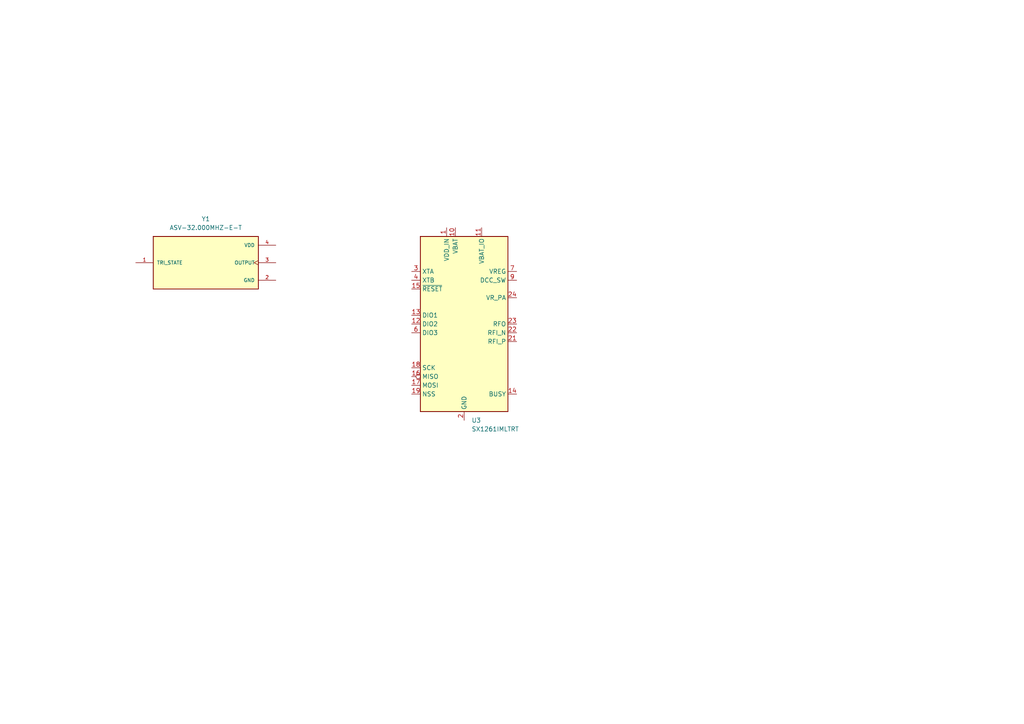
<source format=kicad_sch>
(kicad_sch
	(version 20250114)
	(generator "eeschema")
	(generator_version "9.0")
	(uuid "708ad689-783e-4628-baa8-7c2d6ef62799")
	(paper "A4")
	(lib_symbols
		(symbol "ASV-32.000MHZ-E-T:ASV-32.000MHZ-E-T"
			(pin_names
				(offset 1.016)
			)
			(exclude_from_sim no)
			(in_bom yes)
			(on_board yes)
			(property "Reference" "Y"
				(at -15.24 10.16 0)
				(effects
					(font
						(size 1.27 1.27)
					)
					(justify left bottom)
				)
			)
			(property "Value" "ASV-32.000MHZ-E-T"
				(at -15.24 -10.16 0)
				(effects
					(font
						(size 1.27 1.27)
					)
					(justify left bottom)
				)
			)
			(property "Footprint" "ASV-32.000MHZ-E-T:XTAL_ASV-32.000MHZ-E-T"
				(at 0 0 0)
				(effects
					(font
						(size 1.27 1.27)
					)
					(justify bottom)
					(hide yes)
				)
			)
			(property "Datasheet" ""
				(at 0 0 0)
				(effects
					(font
						(size 1.27 1.27)
					)
					(hide yes)
				)
			)
			(property "Description" ""
				(at 0 0 0)
				(effects
					(font
						(size 1.27 1.27)
					)
					(hide yes)
				)
			)
			(property "MF" "Abracon LLC"
				(at 0 0 0)
				(effects
					(font
						(size 1.27 1.27)
					)
					(justify bottom)
					(hide yes)
				)
			)
			(property "MAXIMUM_PACKAGE_HEIGHT" "1.80mm"
				(at 0 0 0)
				(effects
					(font
						(size 1.27 1.27)
					)
					(justify bottom)
					(hide yes)
				)
			)
			(property "Package" "SMD-4 Abracon LLC"
				(at 0 0 0)
				(effects
					(font
						(size 1.27 1.27)
					)
					(justify bottom)
					(hide yes)
				)
			)
			(property "Price" "None"
				(at 0 0 0)
				(effects
					(font
						(size 1.27 1.27)
					)
					(justify bottom)
					(hide yes)
				)
			)
			(property "Check_prices" "https://www.snapeda.com/parts/ASV-32.000MHZ-E-T/Abracon/view-part/?ref=eda"
				(at 0 0 0)
				(effects
					(font
						(size 1.27 1.27)
					)
					(justify bottom)
					(hide yes)
				)
			)
			(property "STANDARD" "Manufacturer Recommendations"
				(at 0 0 0)
				(effects
					(font
						(size 1.27 1.27)
					)
					(justify bottom)
					(hide yes)
				)
			)
			(property "PARTREV" "09.02.14"
				(at 0 0 0)
				(effects
					(font
						(size 1.27 1.27)
					)
					(justify bottom)
					(hide yes)
				)
			)
			(property "SnapEDA_Link" "https://www.snapeda.com/parts/ASV-32.000MHZ-E-T/Abracon/view-part/?ref=snap"
				(at 0 0 0)
				(effects
					(font
						(size 1.27 1.27)
					)
					(justify bottom)
					(hide yes)
				)
			)
			(property "MP" "ASV-32.000MHZ-E-T"
				(at 0 0 0)
				(effects
					(font
						(size 1.27 1.27)
					)
					(justify bottom)
					(hide yes)
				)
			)
			(property "Description_1" "32 MHz XO (Standard) HCMOS Oscillator 3.3V Enable/Disable 4-SMD, No Lead"
				(at 0 0 0)
				(effects
					(font
						(size 1.27 1.27)
					)
					(justify bottom)
					(hide yes)
				)
			)
			(property "MANUFACTURER" "Abracon"
				(at 0 0 0)
				(effects
					(font
						(size 1.27 1.27)
					)
					(justify bottom)
					(hide yes)
				)
			)
			(property "Availability" "In Stock"
				(at 0 0 0)
				(effects
					(font
						(size 1.27 1.27)
					)
					(justify bottom)
					(hide yes)
				)
			)
			(property "SNAPEDA_PN" "ASV-32.000MHZ-E-T"
				(at 0 0 0)
				(effects
					(font
						(size 1.27 1.27)
					)
					(justify bottom)
					(hide yes)
				)
			)
			(symbol "ASV-32.000MHZ-E-T_0_0"
				(rectangle
					(start -15.24 -7.62)
					(end 15.24 7.62)
					(stroke
						(width 0.254)
						(type default)
					)
					(fill
						(type background)
					)
				)
				(pin input line
					(at -20.32 0 0)
					(length 5.08)
					(name "TRI_STATE"
						(effects
							(font
								(size 1.016 1.016)
							)
						)
					)
					(number "1"
						(effects
							(font
								(size 1.016 1.016)
							)
						)
					)
				)
				(pin power_in line
					(at 20.32 5.08 180)
					(length 5.08)
					(name "VDD"
						(effects
							(font
								(size 1.016 1.016)
							)
						)
					)
					(number "4"
						(effects
							(font
								(size 1.016 1.016)
							)
						)
					)
				)
				(pin output clock
					(at 20.32 0 180)
					(length 5.08)
					(name "OUTPUT"
						(effects
							(font
								(size 1.016 1.016)
							)
						)
					)
					(number "3"
						(effects
							(font
								(size 1.016 1.016)
							)
						)
					)
				)
				(pin power_in line
					(at 20.32 -5.08 180)
					(length 5.08)
					(name "GND"
						(effects
							(font
								(size 1.016 1.016)
							)
						)
					)
					(number "2"
						(effects
							(font
								(size 1.016 1.016)
							)
						)
					)
				)
			)
			(embedded_fonts no)
		)
		(symbol "RF:SX1261IMLTRT"
			(exclude_from_sim no)
			(in_bom yes)
			(on_board yes)
			(property "Reference" "U"
				(at 13.97 24.13 0)
				(effects
					(font
						(size 1.27 1.27)
					)
					(justify left)
				)
			)
			(property "Value" "SX1261IMLTRT"
				(at 13.97 21.59 0)
				(effects
					(font
						(size 1.27 1.27)
					)
					(justify left)
				)
			)
			(property "Footprint" "Package_DFN_QFN:QFN-24-1EP_4x4mm_P0.5mm_EP2.6x2.6mm"
				(at 1.27 -31.75 0)
				(effects
					(font
						(size 1.27 1.27)
					)
					(hide yes)
				)
			)
			(property "Datasheet" "https://semtech.file.force.com/sfc/dist/version/download/?oid=00DE0000000JelG&ids=0682R00000IjPWSQA3&d=%2Fa%2F2R000000Un7F%2FyT.fKdAr9ZAo3cJLc4F2cBdUsMftpT2vsOICP7NmvMo"
				(at 1.27 -29.21 0)
				(effects
					(font
						(size 1.27 1.27)
					)
					(hide yes)
				)
			)
			(property "Description" "150 MHz to 960 MHz Low Power Long Range Transceiver, 14dBm output power, spreading factor from 5 to 12, LoRA, QFN-24"
				(at 0 0 0)
				(effects
					(font
						(size 1.27 1.27)
					)
					(hide yes)
				)
			)
			(property "ki_keywords" "low-power lora transceiver"
				(at 0 0 0)
				(effects
					(font
						(size 1.27 1.27)
					)
					(hide yes)
				)
			)
			(property "ki_fp_filters" "QFN*1EP*4x4mm*P0.5mm*"
				(at 0 0 0)
				(effects
					(font
						(size 1.27 1.27)
					)
					(hide yes)
				)
			)
			(symbol "SX1261IMLTRT_0_1"
				(rectangle
					(start -12.7 25.4)
					(end 12.7 -25.4)
					(stroke
						(width 0.254)
						(type default)
					)
					(fill
						(type background)
					)
				)
			)
			(symbol "SX1261IMLTRT_1_1"
				(pin bidirectional line
					(at -15.24 15.24 0)
					(length 2.54)
					(name "XTA"
						(effects
							(font
								(size 1.27 1.27)
							)
						)
					)
					(number "3"
						(effects
							(font
								(size 1.27 1.27)
							)
						)
					)
				)
				(pin bidirectional line
					(at -15.24 12.7 0)
					(length 2.54)
					(name "XTB"
						(effects
							(font
								(size 1.27 1.27)
							)
						)
					)
					(number "4"
						(effects
							(font
								(size 1.27 1.27)
							)
						)
					)
				)
				(pin input line
					(at -15.24 10.16 0)
					(length 2.54)
					(name "~{RESET}"
						(effects
							(font
								(size 1.27 1.27)
							)
						)
					)
					(number "15"
						(effects
							(font
								(size 1.27 1.27)
							)
						)
					)
				)
				(pin bidirectional line
					(at -15.24 2.54 0)
					(length 2.54)
					(name "DIO1"
						(effects
							(font
								(size 1.27 1.27)
							)
						)
					)
					(number "13"
						(effects
							(font
								(size 1.27 1.27)
							)
						)
					)
				)
				(pin bidirectional line
					(at -15.24 0 0)
					(length 2.54)
					(name "DIO2"
						(effects
							(font
								(size 1.27 1.27)
							)
						)
					)
					(number "12"
						(effects
							(font
								(size 1.27 1.27)
							)
						)
					)
				)
				(pin bidirectional line
					(at -15.24 -2.54 0)
					(length 2.54)
					(name "DIO3"
						(effects
							(font
								(size 1.27 1.27)
							)
						)
					)
					(number "6"
						(effects
							(font
								(size 1.27 1.27)
							)
						)
					)
				)
				(pin input line
					(at -15.24 -12.7 0)
					(length 2.54)
					(name "SCK"
						(effects
							(font
								(size 1.27 1.27)
							)
						)
					)
					(number "18"
						(effects
							(font
								(size 1.27 1.27)
							)
						)
					)
				)
				(pin tri_state inverted
					(at -15.24 -15.24 0)
					(length 2.54)
					(name "MISO"
						(effects
							(font
								(size 1.27 1.27)
							)
						)
					)
					(number "16"
						(effects
							(font
								(size 1.27 1.27)
							)
						)
					)
				)
				(pin input line
					(at -15.24 -17.78 0)
					(length 2.54)
					(name "MOSI"
						(effects
							(font
								(size 1.27 1.27)
							)
						)
					)
					(number "17"
						(effects
							(font
								(size 1.27 1.27)
							)
						)
					)
				)
				(pin input line
					(at -15.24 -20.32 0)
					(length 2.54)
					(name "NSS"
						(effects
							(font
								(size 1.27 1.27)
							)
						)
					)
					(number "19"
						(effects
							(font
								(size 1.27 1.27)
							)
						)
					)
				)
				(pin power_in line
					(at -5.08 27.94 270)
					(length 2.54)
					(name "VDD_IN"
						(effects
							(font
								(size 1.27 1.27)
							)
						)
					)
					(number "1"
						(effects
							(font
								(size 1.27 1.27)
							)
						)
					)
				)
				(pin power_in line
					(at -2.54 27.94 270)
					(length 2.54)
					(name "VBAT"
						(effects
							(font
								(size 1.27 1.27)
							)
						)
					)
					(number "10"
						(effects
							(font
								(size 1.27 1.27)
							)
						)
					)
				)
				(pin power_in line
					(at 0 -27.94 90)
					(length 2.54)
					(name "GND"
						(effects
							(font
								(size 1.27 1.27)
							)
						)
					)
					(number "2"
						(effects
							(font
								(size 1.27 1.27)
							)
						)
					)
				)
				(pin passive line
					(at 0 -27.94 90)
					(length 2.54)
					(hide yes)
					(name "GND"
						(effects
							(font
								(size 1.27 1.27)
							)
						)
					)
					(number "20"
						(effects
							(font
								(size 1.27 1.27)
							)
						)
					)
				)
				(pin passive line
					(at 0 -27.94 90)
					(length 2.54)
					(hide yes)
					(name "GND"
						(effects
							(font
								(size 1.27 1.27)
							)
						)
					)
					(number "25"
						(effects
							(font
								(size 1.27 1.27)
							)
						)
					)
				)
				(pin passive line
					(at 0 -27.94 90)
					(length 2.54)
					(hide yes)
					(name "GND"
						(effects
							(font
								(size 1.27 1.27)
							)
						)
					)
					(number "5"
						(effects
							(font
								(size 1.27 1.27)
							)
						)
					)
				)
				(pin passive line
					(at 0 -27.94 90)
					(length 2.54)
					(hide yes)
					(name "GND"
						(effects
							(font
								(size 1.27 1.27)
							)
						)
					)
					(number "8"
						(effects
							(font
								(size 1.27 1.27)
							)
						)
					)
				)
				(pin power_in line
					(at 5.08 27.94 270)
					(length 2.54)
					(name "VBAT_IO"
						(effects
							(font
								(size 1.27 1.27)
							)
						)
					)
					(number "11"
						(effects
							(font
								(size 1.27 1.27)
							)
						)
					)
				)
				(pin power_out line
					(at 15.24 15.24 180)
					(length 2.54)
					(name "VREG"
						(effects
							(font
								(size 1.27 1.27)
							)
						)
					)
					(number "7"
						(effects
							(font
								(size 1.27 1.27)
							)
						)
					)
				)
				(pin power_out line
					(at 15.24 12.7 180)
					(length 2.54)
					(name "DCC_SW"
						(effects
							(font
								(size 1.27 1.27)
							)
						)
					)
					(number "9"
						(effects
							(font
								(size 1.27 1.27)
							)
						)
					)
				)
				(pin power_out line
					(at 15.24 7.62 180)
					(length 2.54)
					(name "VR_PA"
						(effects
							(font
								(size 1.27 1.27)
							)
						)
					)
					(number "24"
						(effects
							(font
								(size 1.27 1.27)
							)
						)
					)
				)
				(pin output line
					(at 15.24 0 180)
					(length 2.54)
					(name "RFO"
						(effects
							(font
								(size 1.27 1.27)
							)
						)
					)
					(number "23"
						(effects
							(font
								(size 1.27 1.27)
							)
						)
					)
				)
				(pin input line
					(at 15.24 -2.54 180)
					(length 2.54)
					(name "RFI_N"
						(effects
							(font
								(size 1.27 1.27)
							)
						)
					)
					(number "22"
						(effects
							(font
								(size 1.27 1.27)
							)
						)
					)
				)
				(pin input line
					(at 15.24 -5.08 180)
					(length 2.54)
					(name "RFI_P"
						(effects
							(font
								(size 1.27 1.27)
							)
						)
					)
					(number "21"
						(effects
							(font
								(size 1.27 1.27)
							)
						)
					)
				)
				(pin output line
					(at 15.24 -20.32 180)
					(length 2.54)
					(name "BUSY"
						(effects
							(font
								(size 1.27 1.27)
							)
						)
					)
					(number "14"
						(effects
							(font
								(size 1.27 1.27)
							)
						)
					)
				)
			)
			(embedded_fonts no)
		)
	)
	(symbol
		(lib_id "RF:SX1261IMLTRT")
		(at 134.62 93.98 0)
		(unit 1)
		(exclude_from_sim no)
		(in_bom yes)
		(on_board yes)
		(dnp no)
		(fields_autoplaced yes)
		(uuid "246acfc8-823f-4320-b2eb-10772cd98349")
		(property "Reference" "U3"
			(at 136.7633 121.92 0)
			(effects
				(font
					(size 1.27 1.27)
				)
				(justify left)
			)
		)
		(property "Value" "SX1261IMLTRT"
			(at 136.7633 124.46 0)
			(effects
				(font
					(size 1.27 1.27)
				)
				(justify left)
			)
		)
		(property "Footprint" "Package_DFN_QFN:QFN-24-1EP_4x4mm_P0.5mm_EP2.6x2.6mm"
			(at 135.89 125.73 0)
			(effects
				(font
					(size 1.27 1.27)
				)
				(hide yes)
			)
		)
		(property "Datasheet" "https://semtech.file.force.com/sfc/dist/version/download/?oid=00DE0000000JelG&ids=0682R00000IjPWSQA3&d=%2Fa%2F2R000000Un7F%2FyT.fKdAr9ZAo3cJLc4F2cBdUsMftpT2vsOICP7NmvMo"
			(at 135.89 123.19 0)
			(effects
				(font
					(size 1.27 1.27)
				)
				(hide yes)
			)
		)
		(property "Description" "150 MHz to 960 MHz Low Power Long Range Transceiver, 14dBm output power, spreading factor from 5 to 12, LoRA, QFN-24"
			(at 134.62 93.98 0)
			(effects
				(font
					(size 1.27 1.27)
				)
				(hide yes)
			)
		)
		(pin "1"
			(uuid "57e730a6-d638-4170-9063-c5c6c3ae4d70")
		)
		(pin "6"
			(uuid "1696f52e-374c-4022-bfd2-2f7df8418dba")
		)
		(pin "12"
			(uuid "981e8c95-3fa9-45e8-9bc2-a2c469d97e4f")
		)
		(pin "2"
			(uuid "5de5e932-1f30-412e-9e18-4f6f62cdcd03")
		)
		(pin "15"
			(uuid "a7f0edaa-3cb8-4a73-989f-0aa0f40b200e")
		)
		(pin "17"
			(uuid "4caaf666-73f3-473d-b471-d6378156902f")
		)
		(pin "18"
			(uuid "ac7bef52-b314-4679-bd10-8818aa1497bd")
		)
		(pin "13"
			(uuid "36ad0673-ecab-4f78-aab8-1c72beb98b0a")
		)
		(pin "4"
			(uuid "5d36c645-1892-4004-b4f6-7c97c3f2d09e")
		)
		(pin "16"
			(uuid "500eb8b3-f668-40f2-aa79-b68282539403")
		)
		(pin "19"
			(uuid "627cee02-a094-41f9-9fd9-ecd400e1c361")
		)
		(pin "3"
			(uuid "e0634221-b3f9-4557-a5dc-eba67a83f553")
		)
		(pin "10"
			(uuid "e9143287-9507-4fc2-82fa-747db5e86cf9")
		)
		(pin "25"
			(uuid "8b74c024-e0c5-4cca-b3c0-a56fdf1f24ef")
		)
		(pin "11"
			(uuid "faac7a65-c0e7-4621-9680-31c088f20b60")
		)
		(pin "21"
			(uuid "fa6920ff-be7c-4607-aaf8-3dd573e30e24")
		)
		(pin "24"
			(uuid "7d2cd2d5-cb0e-46e2-bb68-79d9ab8c8248")
		)
		(pin "5"
			(uuid "c3ab4922-19f8-4806-a06e-2e3fea92f75a")
		)
		(pin "20"
			(uuid "bf5b2c7d-a9de-4356-82c2-746a2e897adc")
		)
		(pin "8"
			(uuid "2fc56f6f-85c5-45cf-beae-52ed00b1f75f")
		)
		(pin "23"
			(uuid "28bc745f-a697-4f74-8716-f3f09ca34306")
		)
		(pin "14"
			(uuid "d303f641-1689-4f0b-b18d-bee1b44d37cf")
		)
		(pin "22"
			(uuid "658ee8c1-26b3-4cd1-a95a-a2877d7a9adc")
		)
		(pin "9"
			(uuid "15180be5-7efa-433d-8ba0-efc54141ac26")
		)
		(pin "7"
			(uuid "f237f7f2-11f9-41ef-9e80-5e4475177e5a")
		)
		(instances
			(project "vitimonitor_sensor"
				(path "/8365193e-4878-4a04-b89a-a51695e2c71c/913d03ff-edce-4f8f-a4f8-10100653e2ef"
					(reference "U3")
					(unit 1)
				)
			)
		)
	)
	(symbol
		(lib_id "ASV-32.000MHZ-E-T:ASV-32.000MHZ-E-T")
		(at 59.69 76.2 0)
		(unit 1)
		(exclude_from_sim no)
		(in_bom yes)
		(on_board yes)
		(dnp no)
		(fields_autoplaced yes)
		(uuid "d3d88519-dfa0-4dcc-a1ad-1e6b04f15d90")
		(property "Reference" "Y1"
			(at 59.69 63.5 0)
			(effects
				(font
					(size 1.27 1.27)
				)
			)
		)
		(property "Value" "ASV-32.000MHZ-E-T"
			(at 59.69 66.04 0)
			(effects
				(font
					(size 1.27 1.27)
				)
			)
		)
		(property "Footprint" "ASV-32.000MHZ-E-T:XTAL_ASV-32.000MHZ-E-T"
			(at 59.69 76.2 0)
			(effects
				(font
					(size 1.27 1.27)
				)
				(justify bottom)
				(hide yes)
			)
		)
		(property "Datasheet" ""
			(at 59.69 76.2 0)
			(effects
				(font
					(size 1.27 1.27)
				)
				(hide yes)
			)
		)
		(property "Description" ""
			(at 59.69 76.2 0)
			(effects
				(font
					(size 1.27 1.27)
				)
				(hide yes)
			)
		)
		(property "MF" "Abracon LLC"
			(at 59.69 76.2 0)
			(effects
				(font
					(size 1.27 1.27)
				)
				(justify bottom)
				(hide yes)
			)
		)
		(property "MAXIMUM_PACKAGE_HEIGHT" "1.80mm"
			(at 59.69 76.2 0)
			(effects
				(font
					(size 1.27 1.27)
				)
				(justify bottom)
				(hide yes)
			)
		)
		(property "Package" "SMD-4 Abracon LLC"
			(at 59.69 76.2 0)
			(effects
				(font
					(size 1.27 1.27)
				)
				(justify bottom)
				(hide yes)
			)
		)
		(property "Price" "None"
			(at 59.69 76.2 0)
			(effects
				(font
					(size 1.27 1.27)
				)
				(justify bottom)
				(hide yes)
			)
		)
		(property "Check_prices" "https://www.snapeda.com/parts/ASV-32.000MHZ-E-T/Abracon/view-part/?ref=eda"
			(at 59.69 76.2 0)
			(effects
				(font
					(size 1.27 1.27)
				)
				(justify bottom)
				(hide yes)
			)
		)
		(property "STANDARD" "Manufacturer Recommendations"
			(at 59.69 76.2 0)
			(effects
				(font
					(size 1.27 1.27)
				)
				(justify bottom)
				(hide yes)
			)
		)
		(property "PARTREV" "09.02.14"
			(at 59.69 76.2 0)
			(effects
				(font
					(size 1.27 1.27)
				)
				(justify bottom)
				(hide yes)
			)
		)
		(property "SnapEDA_Link" "https://www.snapeda.com/parts/ASV-32.000MHZ-E-T/Abracon/view-part/?ref=snap"
			(at 59.69 76.2 0)
			(effects
				(font
					(size 1.27 1.27)
				)
				(justify bottom)
				(hide yes)
			)
		)
		(property "MP" "ASV-32.000MHZ-E-T"
			(at 59.69 76.2 0)
			(effects
				(font
					(size 1.27 1.27)
				)
				(justify bottom)
				(hide yes)
			)
		)
		(property "Description_1" "32 MHz XO (Standard) HCMOS Oscillator 3.3V Enable/Disable 4-SMD, No Lead"
			(at 59.69 76.2 0)
			(effects
				(font
					(size 1.27 1.27)
				)
				(justify bottom)
				(hide yes)
			)
		)
		(property "MANUFACTURER" "Abracon"
			(at 59.69 76.2 0)
			(effects
				(font
					(size 1.27 1.27)
				)
				(justify bottom)
				(hide yes)
			)
		)
		(property "Availability" "In Stock"
			(at 59.69 76.2 0)
			(effects
				(font
					(size 1.27 1.27)
				)
				(justify bottom)
				(hide yes)
			)
		)
		(property "SNAPEDA_PN" "ASV-32.000MHZ-E-T"
			(at 59.69 76.2 0)
			(effects
				(font
					(size 1.27 1.27)
				)
				(justify bottom)
				(hide yes)
			)
		)
		(pin "2"
			(uuid "e5922272-da40-4222-bbb5-a0174512bc15")
		)
		(pin "1"
			(uuid "23e8e2d2-7ff8-4776-9954-c9829e64da96")
		)
		(pin "4"
			(uuid "c445d740-fb72-480e-8a24-79629a1e8dee")
		)
		(pin "3"
			(uuid "eb1d6126-fa18-4a82-8966-c07a40c4ae43")
		)
		(instances
			(project ""
				(path "/8365193e-4878-4a04-b89a-a51695e2c71c/913d03ff-edce-4f8f-a4f8-10100653e2ef"
					(reference "Y1")
					(unit 1)
				)
			)
		)
	)
)

</source>
